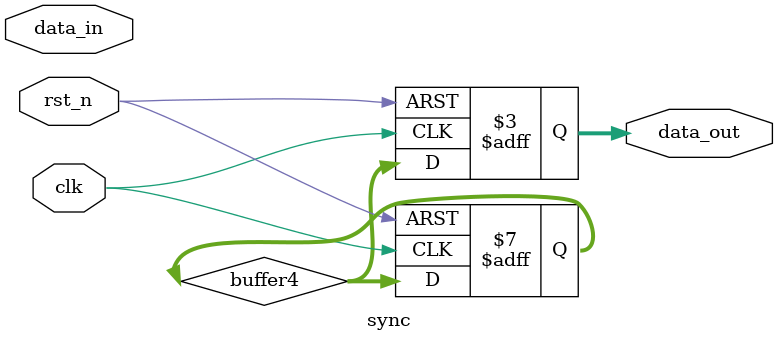
<source format=sv>
module sync #(
    parameter ADDR_WIDTH = 6
)(
    input  logic             clk, rst_n,
    input  logic [ADDR_WIDTH:0] data_in,
    output logic [ADDR_WIDTH:0] data_out
);

    logic [ADDR_WIDTH:0] buffer;
    logic [ADDR_WIDTH:0] buffer2;
    logic [ADDR_WIDTH:0] buffer3;
    logic [ADDR_WIDTH:0] buffer4;

    always_ff @(posedge clk or negedge rst_n) begin
        if (!rst_n) begin
            data_out <= 0;
            buffer <= 0;
            buffer2 <= 0;
            buffer3 <= 0;
            buffer4 <= 0;
        end else begin
            buffer <= data_in;
            buffer2 <= buffer;
            buffer3 <= buffer2;
            buffer4 <= buffer4;
            data_out <= buffer4;
        end
    end

endmodule

</source>
